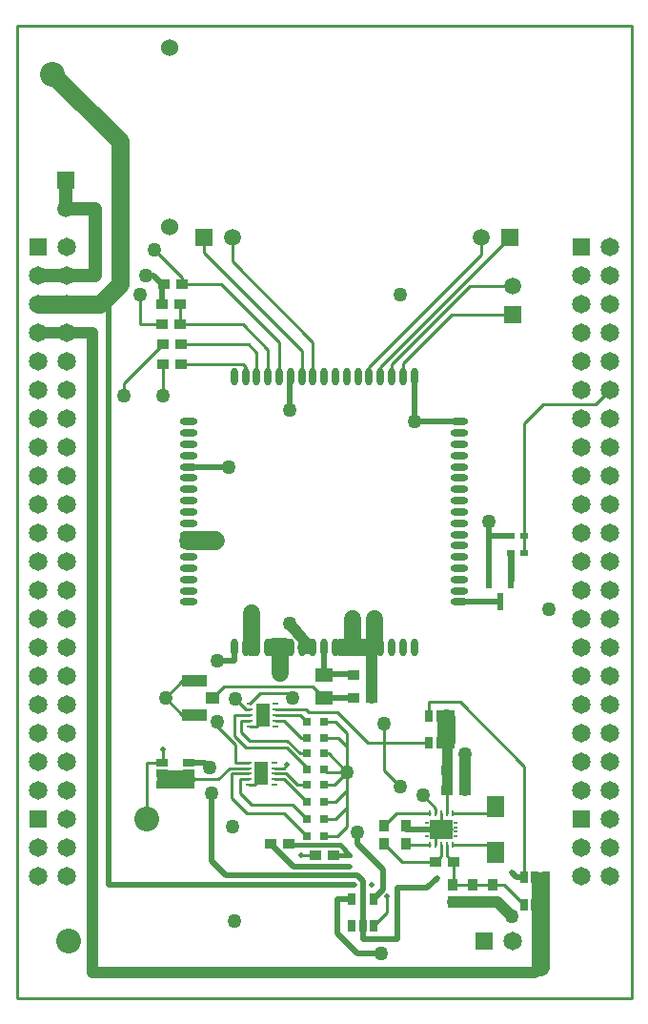
<source format=gtl>
%FSLAX25Y25*%
%MOIN*%
G70*
G01*
G75*
G04 Layer_Physical_Order=1*
G04 Layer_Color=255*
%ADD10R,0.03937X0.03740*%
%ADD11R,0.03740X0.03937*%
%ADD12R,0.02362X0.05906*%
%ADD13R,0.02559X0.04331*%
%ADD14R,0.03150X0.02362*%
%ADD15R,0.08465X0.06693*%
%ADD16O,0.00945X0.02362*%
%ADD17R,0.05906X0.07480*%
%ADD18R,0.03150X0.03150*%
%ADD19R,0.04724X0.07874*%
%ADD20O,0.02362X0.00984*%
%ADD21R,0.06300X0.05000*%
%ADD22R,0.04724X0.03937*%
%ADD23R,0.08661X0.03937*%
%ADD24R,0.04331X0.02559*%
%ADD25O,0.02362X0.06299*%
%ADD26O,0.06299X0.02362*%
%ADD27C,0.01000*%
%ADD28C,0.02000*%
%ADD29C,0.01500*%
%ADD30C,0.06300*%
%ADD31C,0.03500*%
%ADD32C,0.02200*%
%ADD33C,0.06500*%
%ADD34C,0.04500*%
%ADD35C,0.06000*%
%ADD36C,0.04000*%
%ADD37R,0.01732X0.00787*%
%ADD38C,0.06000*%
%ADD39C,0.08700*%
%ADD40R,0.05906X0.05906*%
%ADD41C,0.05906*%
%ADD42R,0.06496X0.06496*%
%ADD43C,0.06496*%
%ADD44R,0.05906X0.05906*%
%ADD45R,0.06496X0.06496*%
%ADD46C,0.02000*%
%ADD47C,0.01969*%
%ADD48C,0.05000*%
D10*
X88850Y-286150D02*
D03*
X95150D02*
D03*
X110650Y-290000D02*
D03*
X104350D02*
D03*
X146350Y-292500D02*
D03*
X152650D02*
D03*
X156799Y-267500D02*
D03*
X150500D02*
D03*
X156799Y-260500D02*
D03*
X150500D02*
D03*
X51000Y-118500D02*
D03*
X57299D02*
D03*
X117850Y-235000D02*
D03*
X124150D02*
D03*
X117701Y-227000D02*
D03*
X124000D02*
D03*
X57650Y-90500D02*
D03*
X51350D02*
D03*
X57150Y-97500D02*
D03*
X50850D02*
D03*
X57150Y-104500D02*
D03*
X50850D02*
D03*
X51000Y-111500D02*
D03*
X57299D02*
D03*
D11*
X136000Y-286150D02*
D03*
Y-279850D02*
D03*
X128500Y-279850D02*
D03*
Y-286150D02*
D03*
X152500Y-306500D02*
D03*
Y-300201D02*
D03*
X159500Y-306500D02*
D03*
Y-300201D02*
D03*
X166500Y-306500D02*
D03*
Y-300201D02*
D03*
D12*
X172740Y-193760D02*
D03*
X165260D02*
D03*
X169000Y-201240D02*
D03*
D13*
X151740Y-250724D02*
D03*
X148000D02*
D03*
X144260D02*
D03*
Y-241276D02*
D03*
X148000D02*
D03*
X151740D02*
D03*
X184980Y-307276D02*
D03*
X181240D02*
D03*
X177500D02*
D03*
Y-297827D02*
D03*
X181240D02*
D03*
X184980D02*
D03*
X117260Y-314724D02*
D03*
X121000D02*
D03*
X124740D02*
D03*
Y-305276D02*
D03*
X117260D02*
D03*
D14*
X172638Y-178500D02*
D03*
X177362D02*
D03*
X177362Y-184500D02*
D03*
X172638D02*
D03*
D15*
X148500Y-281000D02*
D03*
D16*
X144563Y-275488D02*
D03*
X146531D02*
D03*
X150469D02*
D03*
X148500D02*
D03*
X152437D02*
D03*
Y-286512D02*
D03*
X148500D02*
D03*
X150469D02*
D03*
X146531D02*
D03*
X144563D02*
D03*
D17*
X167500Y-272929D02*
D03*
Y-289071D02*
D03*
D18*
X101547Y-254500D02*
D03*
X107453D02*
D03*
X101547Y-260000D02*
D03*
X107453D02*
D03*
X101547Y-277500D02*
D03*
X107453D02*
D03*
X101547Y-283500D02*
D03*
X107453D02*
D03*
X101594Y-243500D02*
D03*
X107500D02*
D03*
X101547Y-249000D02*
D03*
X107453D02*
D03*
X101547Y-271500D02*
D03*
X107453D02*
D03*
X101547Y-265500D02*
D03*
X107453D02*
D03*
D19*
X85500Y-261500D02*
D03*
X86000Y-241000D02*
D03*
D20*
X90028Y-257563D02*
D03*
Y-259531D02*
D03*
Y-261500D02*
D03*
Y-263469D02*
D03*
Y-265437D02*
D03*
X80972D02*
D03*
Y-263469D02*
D03*
Y-261500D02*
D03*
Y-259531D02*
D03*
Y-257563D02*
D03*
X90528Y-237063D02*
D03*
Y-239032D02*
D03*
Y-241000D02*
D03*
Y-242969D02*
D03*
Y-244937D02*
D03*
X81472D02*
D03*
Y-242969D02*
D03*
Y-241000D02*
D03*
Y-239032D02*
D03*
Y-237063D02*
D03*
D21*
X107350Y-235000D02*
D03*
Y-227000D02*
D03*
D22*
X68500Y-235000D02*
D03*
D23*
X62000Y-229095D02*
D03*
Y-240905D02*
D03*
D24*
X50791Y-265240D02*
D03*
Y-261500D02*
D03*
Y-257760D02*
D03*
X60240D02*
D03*
Y-261500D02*
D03*
Y-265240D02*
D03*
D25*
X138996Y-217244D02*
D03*
X135059D02*
D03*
X131122D02*
D03*
X127185D02*
D03*
X123248D02*
D03*
X119311D02*
D03*
X115374D02*
D03*
X111437D02*
D03*
X107500D02*
D03*
X103563D02*
D03*
X99626D02*
D03*
X95689D02*
D03*
X91752D02*
D03*
X87815D02*
D03*
X83878D02*
D03*
X79941D02*
D03*
X76004D02*
D03*
Y-122756D02*
D03*
X79941D02*
D03*
X83878D02*
D03*
X87815D02*
D03*
X91752D02*
D03*
X95689D02*
D03*
X99626D02*
D03*
X103563D02*
D03*
X107500D02*
D03*
X111437D02*
D03*
X115374D02*
D03*
X119311D02*
D03*
X123248D02*
D03*
X127185D02*
D03*
X131122D02*
D03*
X135059D02*
D03*
X138996D02*
D03*
D26*
X60256Y-201496D02*
D03*
Y-197559D02*
D03*
Y-193622D02*
D03*
Y-189685D02*
D03*
Y-185748D02*
D03*
Y-181811D02*
D03*
Y-177874D02*
D03*
Y-173937D02*
D03*
Y-170000D02*
D03*
Y-166063D02*
D03*
Y-162126D02*
D03*
Y-158189D02*
D03*
Y-154252D02*
D03*
Y-150315D02*
D03*
Y-146378D02*
D03*
Y-142441D02*
D03*
Y-138504D02*
D03*
X154744D02*
D03*
Y-142441D02*
D03*
Y-146378D02*
D03*
Y-150315D02*
D03*
Y-154252D02*
D03*
Y-158189D02*
D03*
Y-162126D02*
D03*
Y-166063D02*
D03*
Y-170000D02*
D03*
Y-173937D02*
D03*
Y-177874D02*
D03*
Y-181811D02*
D03*
Y-185748D02*
D03*
Y-189685D02*
D03*
Y-193622D02*
D03*
Y-197559D02*
D03*
Y-201496D02*
D03*
D27*
X129500Y-309965D02*
Y-304500D01*
X124740Y-314724D02*
X129500Y-309965D01*
X99500Y-290000D02*
X104350D01*
X215000Y-340000D02*
Y0D01*
X0D02*
X215000D01*
X0Y-340000D02*
Y0D01*
Y-340000D02*
X215000D01*
X99500Y-249000D02*
X101547D01*
X93500Y-243000D02*
X99500Y-249000D01*
X90559Y-243000D02*
X93500D01*
X78500Y-242969D02*
X81472D01*
X99000Y-254500D02*
X101547D01*
X94500Y-250000D02*
X99000Y-254500D01*
X81500Y-250000D02*
X94500D01*
X78500Y-247000D02*
X81500Y-250000D01*
X78500Y-247000D02*
Y-242969D01*
X76000Y-248500D02*
X80000Y-252500D01*
X76000Y-248500D02*
Y-241000D01*
X81472D01*
X93516Y-263469D02*
X101547Y-271500D01*
X90028Y-263469D02*
X93516D01*
X96547Y-272500D02*
X101547Y-277500D01*
X82000Y-272500D02*
X96547D01*
X78000Y-268500D02*
X82000Y-272500D01*
X78000Y-268500D02*
Y-263469D01*
X80972D01*
X93547Y-275500D02*
X101547Y-283500D01*
X80500Y-275500D02*
X93547D01*
X75000Y-270000D02*
X80500Y-275500D01*
X75000Y-270000D02*
Y-261500D01*
X80972D01*
X99094Y-241000D02*
X101594Y-243500D01*
X90528Y-241000D02*
X99094D01*
X136362Y-286512D02*
X144563D01*
X150469Y-290319D02*
Y-286512D01*
Y-290319D02*
X152650Y-292500D01*
X146350D02*
X148500Y-290350D01*
Y-286512D01*
X134850Y-292500D02*
X146350D01*
X128500Y-286150D02*
X134850Y-292500D01*
X128500Y-279850D02*
X132862Y-275488D01*
X144563D01*
X150469D02*
Y-267531D01*
X152437Y-286512D02*
X164941D01*
X167500Y-289071D01*
X164941Y-275488D02*
X167500Y-272929D01*
X152437Y-275488D02*
X164941D01*
X152650Y-300051D02*
Y-292500D01*
X166500Y-300201D02*
X170425D01*
X177500Y-307276D01*
X152650Y-300051D02*
X152799Y-300201D01*
X159500D01*
X166500D01*
X90528Y-239032D02*
X101031D01*
X102000Y-240000D01*
X112000D01*
X122724Y-250724D01*
X177500Y-297827D02*
Y-259000D01*
X155000Y-236500D02*
X177500Y-259000D01*
X144260Y-236500D02*
X155000D01*
X144260Y-241276D02*
Y-236500D01*
X135059Y-122756D02*
Y-118000D01*
X152059Y-101000D01*
X173500D01*
X131122Y-122756D02*
Y-118378D01*
X158500Y-91000D01*
X173500D01*
X127185Y-122756D02*
Y-119315D01*
X172500Y-74000D01*
X123248Y-122756D02*
Y-119252D01*
X162500Y-80000D01*
Y-74000D01*
X103563Y-122756D02*
Y-110563D01*
X75500Y-82500D02*
X103563Y-110563D01*
X75500Y-82500D02*
Y-74000D01*
X99626Y-122756D02*
Y-113626D01*
X65500Y-79500D02*
X99626Y-113626D01*
X65500Y-79500D02*
Y-74000D01*
X91752Y-122756D02*
Y-110752D01*
X71500Y-90500D02*
X91752Y-110752D01*
X57650Y-90500D02*
X71500D01*
X87815Y-122756D02*
Y-113315D01*
X79000Y-104500D02*
X87815Y-113315D01*
X83878Y-122756D02*
Y-114378D01*
X81000Y-111500D02*
X83878Y-114378D01*
X57299Y-111500D02*
X81000D01*
X79941Y-122756D02*
Y-119441D01*
X79000Y-118500D02*
X79941Y-119441D01*
X57299Y-118500D02*
X79000D01*
X68500Y-235000D02*
X72500Y-231000D01*
X103350D01*
X107350Y-235000D01*
X76500Y-235500D02*
X80032Y-239032D01*
X81472D01*
Y-237063D02*
X85035Y-233500D01*
X95000D01*
X96500Y-235000D01*
X48000Y-78500D02*
X57650Y-88150D01*
Y-90500D02*
Y-88150D01*
X51000Y-129500D02*
Y-118500D01*
X202500Y-132500D02*
X207500Y-127500D01*
X184000Y-132500D02*
X202500D01*
X177362Y-139138D02*
X184000Y-132500D01*
X177362Y-184500D02*
Y-178500D01*
Y-139138D01*
X76500Y-257563D02*
Y-251500D01*
Y-257563D02*
X80972D01*
X98000Y-265500D02*
X101547D01*
X94000Y-261500D02*
X98000Y-265500D01*
X90028Y-261500D02*
X94000D01*
X94500Y-252500D02*
X101774Y-259774D01*
X80000Y-252500D02*
X94500D01*
X90028Y-259531D02*
X93468D01*
X94500Y-258500D01*
X51000Y-257551D02*
Y-253000D01*
X37500Y-129500D02*
Y-125000D01*
X51000Y-111500D01*
X128500Y-250724D02*
Y-244000D01*
X122724Y-250724D02*
X128500D01*
X144260D01*
X45500Y-257760D02*
X50791D01*
X45500Y-277500D02*
Y-257760D01*
X128500Y-260500D02*
Y-250724D01*
Y-260500D02*
X134000Y-266000D01*
X146531Y-275488D02*
Y-273532D01*
X142000Y-269000D02*
X146531Y-273532D01*
X107500Y-243500D02*
X111500D01*
X115500Y-247500D01*
X107453Y-249000D02*
X112500D01*
X115500Y-252000D01*
Y-261000D02*
Y-252000D01*
Y-247500D01*
X107453Y-254500D02*
X109000D01*
X115500Y-261000D01*
X107453Y-260000D02*
X108453Y-261000D01*
X115500D01*
X107453Y-265500D02*
X111000D01*
X115500Y-261000D01*
X107453Y-271500D02*
X111500D01*
X115500Y-267500D01*
Y-261000D01*
X107453Y-283500D02*
X112000D01*
X115500Y-280000D01*
X107453Y-277500D02*
X111500D01*
X115500Y-273500D01*
Y-280000D02*
Y-273500D01*
Y-267500D01*
X81472Y-244937D02*
X83613D01*
X86000Y-242550D01*
X146531Y-286512D02*
Y-282968D01*
X70000Y-245000D02*
X76500Y-251500D01*
X70000Y-245000D02*
Y-243500D01*
X57150Y-104500D02*
X79000D01*
X57150D02*
Y-97500D01*
X43000Y-104500D02*
Y-94000D01*
Y-104500D02*
X50850D01*
X52000Y-235000D02*
X57906Y-240905D01*
X52000Y-235000D02*
X57906Y-229095D01*
Y-240905D02*
X62000D01*
X57906Y-229095D02*
X62000D01*
X80972Y-265437D02*
X83113D01*
X85500Y-263050D01*
X148500Y-278638D02*
Y-275488D01*
X74468Y-259531D02*
X80972D01*
X70500Y-263500D02*
X74468Y-259531D01*
X59031Y-263500D02*
X70500D01*
D28*
X88850Y-286150D02*
X96701Y-294000D01*
X116500D01*
X119000Y-286000D02*
Y-282000D01*
Y-286000D02*
X128000Y-295000D01*
Y-302016D02*
Y-295000D01*
X124740Y-305276D02*
X128000Y-302016D01*
X68000Y-292000D02*
X73000Y-297000D01*
X119000D01*
X121000Y-299000D01*
Y-314724D02*
Y-299000D01*
Y-319500D02*
Y-314724D01*
Y-319500D02*
X133000D01*
Y-301500D01*
X112000Y-305276D02*
X117260D01*
X112000Y-317500D02*
Y-305276D01*
Y-317500D02*
X119000Y-324500D01*
X127500D01*
X107500Y-226850D02*
Y-217244D01*
Y-226850D02*
X117551D01*
X107350Y-235000D02*
X117850D01*
X168244Y-201496D02*
X168500Y-201240D01*
X154744Y-201496D02*
X168244D01*
X60240Y-257760D02*
X65760D01*
X76004Y-222000D02*
Y-217244D01*
X70000Y-222000D02*
X76004D01*
X165000Y-178500D02*
X172638D01*
X165000Y-193760D02*
X165260D01*
X165000D02*
Y-178500D01*
Y-173500D01*
X136000Y-281000D02*
Y-279850D01*
Y-281000D02*
X145252D01*
X60256Y-154500D02*
Y-154252D01*
Y-154500D02*
X74000D01*
X95500Y-122756D02*
X95689D01*
X95500Y-134500D02*
Y-122756D01*
X139000Y-138500D02*
X154744D01*
X139000D02*
Y-122756D01*
X47850Y-87500D02*
X50850Y-90500D01*
X45000Y-87500D02*
X47850D01*
X50850Y-97500D02*
Y-90500D01*
X133000Y-301500D02*
X143500D01*
X147000Y-298000D01*
X173000Y-296000D02*
X174827Y-297827D01*
X177500D01*
X29000Y-97500D02*
X32000D01*
Y-300500D02*
Y-97500D01*
Y-300500D02*
X118000D01*
X65760Y-257760D02*
X67500Y-259500D01*
X68000Y-292000D02*
Y-268500D01*
D29*
X95150Y-286150D02*
X95500Y-286500D01*
X113000D01*
X116500Y-290000D01*
X110650D02*
X116500D01*
D30*
X52031Y-263500D02*
X59031D01*
X150000Y-250000D02*
Y-242000D01*
X7500Y-97500D02*
X17500D01*
X29000D01*
X36000Y-90500D01*
Y-40500D01*
X12500Y-17000D02*
X36000Y-40500D01*
X182980Y-329000D02*
Y-299000D01*
D31*
X150000Y-250000D02*
X150500Y-250500D01*
Y-267500D02*
Y-260500D01*
Y-250500D01*
D32*
X172740Y-193760D02*
Y-184602D01*
D33*
X90000Y-217244D02*
X93500D01*
X60000Y-180000D02*
X69500D01*
D34*
X7500Y-87500D02*
X17500D01*
X27500D01*
Y-64000D01*
X17000D02*
X27500D01*
X100500Y-217244D02*
X102500D01*
X17000Y-64000D02*
Y-54000D01*
D35*
X113500Y-217244D02*
X115374D01*
X117500D01*
X119311D01*
X123248D01*
X124744D01*
X117500Y-217500D02*
Y-217244D01*
Y-207500D01*
X82000Y-217500D02*
Y-205500D01*
X125000Y-217500D02*
Y-207500D01*
X92000Y-226500D02*
Y-217244D01*
D36*
X123248D02*
X124150Y-218146D01*
Y-235000D02*
Y-218146D01*
X156799Y-267500D02*
Y-260500D01*
Y-254701D01*
X166500Y-306500D02*
X168000D01*
X173000Y-311500D01*
X152500Y-306500D02*
X159500D01*
X166500D01*
X95319Y-209000D02*
X102500Y-217244D01*
X7500Y-107500D02*
X17500D01*
X26500D01*
Y-331000D02*
Y-107500D01*
Y-331000D02*
X180980D01*
X182980Y-329000D01*
D37*
X153539Y-278638D02*
D03*
X153539Y-280213D02*
D03*
Y-281787D02*
D03*
X153539Y-283363D02*
D03*
X143461D02*
D03*
X143460Y-281787D02*
D03*
Y-280213D02*
D03*
X143461Y-278638D02*
D03*
D38*
X53500Y-7800D02*
D03*
Y-70200D02*
D03*
D39*
X18000Y-320000D02*
D03*
X12500Y-17000D02*
D03*
X45500Y-277500D02*
D03*
D40*
X173500Y-101000D02*
D03*
X17000Y-54000D02*
D03*
D41*
X173500Y-91000D02*
D03*
X17000Y-64000D02*
D03*
X75500Y-74000D02*
D03*
X162500D02*
D03*
D42*
X7500Y-277500D02*
D03*
X197500D02*
D03*
Y-77500D02*
D03*
X7500D02*
D03*
D43*
X17500Y-277500D02*
D03*
X7500Y-287500D02*
D03*
X17500D02*
D03*
X7500Y-297500D02*
D03*
X17500D02*
D03*
X207500Y-277500D02*
D03*
X197500Y-287500D02*
D03*
X207500D02*
D03*
X197500Y-297500D02*
D03*
X207500D02*
D03*
Y-267500D02*
D03*
X197500D02*
D03*
X207500Y-257500D02*
D03*
X197500D02*
D03*
X207500Y-247500D02*
D03*
X197500D02*
D03*
X207500Y-237500D02*
D03*
X197500D02*
D03*
X207500Y-227500D02*
D03*
X197500D02*
D03*
X207500Y-217500D02*
D03*
X197500D02*
D03*
X207500Y-207500D02*
D03*
X197500D02*
D03*
X207500Y-197500D02*
D03*
X197500D02*
D03*
X207500Y-187500D02*
D03*
X197500D02*
D03*
X207500Y-177500D02*
D03*
X197500D02*
D03*
X207500Y-137500D02*
D03*
X197500D02*
D03*
X207500Y-127500D02*
D03*
X197500D02*
D03*
X207500Y-117500D02*
D03*
X197500D02*
D03*
X207500Y-107500D02*
D03*
X197500D02*
D03*
X207500Y-97500D02*
D03*
X197500D02*
D03*
X207500Y-87500D02*
D03*
X197500D02*
D03*
X207500Y-77500D02*
D03*
X197500Y-147500D02*
D03*
X207500D02*
D03*
X197500Y-157500D02*
D03*
X207500D02*
D03*
X197500Y-167500D02*
D03*
X207500D02*
D03*
X17500Y-267500D02*
D03*
X7500D02*
D03*
X17500Y-257500D02*
D03*
X7500D02*
D03*
X17500Y-247500D02*
D03*
X7500D02*
D03*
X17500Y-237500D02*
D03*
X7500D02*
D03*
X17500Y-227500D02*
D03*
X7500D02*
D03*
X17500Y-217500D02*
D03*
X7500D02*
D03*
X17500Y-207500D02*
D03*
X7500D02*
D03*
X17500Y-197500D02*
D03*
X7500D02*
D03*
X17500Y-187500D02*
D03*
X7500D02*
D03*
X17500Y-177500D02*
D03*
X7500D02*
D03*
X17500Y-137500D02*
D03*
X7500D02*
D03*
X17500Y-127500D02*
D03*
X7500D02*
D03*
X17500Y-117500D02*
D03*
X7500D02*
D03*
X17500Y-107500D02*
D03*
X7500D02*
D03*
X17500Y-97500D02*
D03*
X7500D02*
D03*
X17500Y-87500D02*
D03*
X7500D02*
D03*
X17500Y-77500D02*
D03*
X7500Y-147500D02*
D03*
X17500D02*
D03*
X7500Y-157500D02*
D03*
X17500D02*
D03*
X7500Y-167500D02*
D03*
X17500D02*
D03*
X173500Y-320000D02*
D03*
D44*
X65500Y-74000D02*
D03*
X172500D02*
D03*
D45*
X163500Y-320000D02*
D03*
D46*
X129500Y-304500D02*
D03*
X99500Y-290000D02*
D03*
X116500Y-294000D02*
D03*
Y-290000D02*
D03*
X94500Y-258500D02*
D03*
X51000Y-253000D02*
D03*
X133000Y-301500D02*
D03*
X147000Y-298000D02*
D03*
X173000Y-296000D02*
D03*
X124000Y-300500D02*
D03*
X118000D02*
D03*
D47*
X151748Y-281000D02*
D03*
X148500Y-278638D02*
D03*
X145252Y-281000D02*
D03*
X148500Y-283362D02*
D03*
X85500Y-259950D02*
D03*
Y-263050D02*
D03*
X86000Y-239450D02*
D03*
Y-242550D02*
D03*
D48*
X142000Y-269000D02*
D03*
X128500Y-244000D02*
D03*
X96500Y-235000D02*
D03*
X76500Y-235500D02*
D03*
X48000Y-78500D02*
D03*
X51000Y-129500D02*
D03*
X37500D02*
D03*
X43000Y-94000D02*
D03*
X67500Y-259500D02*
D03*
X70000Y-222000D02*
D03*
Y-243500D02*
D03*
X92000Y-226500D02*
D03*
X134000Y-266000D02*
D03*
X115500Y-261000D02*
D03*
X52000Y-235000D02*
D03*
X125000Y-207500D02*
D03*
X117500D02*
D03*
X82000Y-205500D02*
D03*
X156799Y-254701D02*
D03*
X173000Y-311500D02*
D03*
X165000Y-173500D02*
D03*
X69500Y-180000D02*
D03*
X74000Y-154500D02*
D03*
X95500Y-134500D02*
D03*
X139000Y-138500D02*
D03*
X45000Y-87500D02*
D03*
X95319Y-209000D02*
D03*
X76000Y-313000D02*
D03*
X75500Y-280000D02*
D03*
X186000Y-204000D02*
D03*
X134000Y-94000D02*
D03*
X68000Y-268500D02*
D03*
X119000Y-282000D02*
D03*
X127500Y-324500D02*
D03*
M02*

</source>
